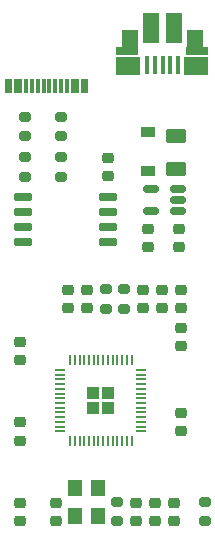
<source format=gbr>
%TF.GenerationSoftware,KiCad,Pcbnew,(6.0.1)*%
%TF.CreationDate,2022-02-13T21:58:50+09:00*%
%TF.ProjectId,yuiop2040,7975696f-7032-4303-9430-2e6b69636164,1*%
%TF.SameCoordinates,Original*%
%TF.FileFunction,Paste,Top*%
%TF.FilePolarity,Positive*%
%FSLAX46Y46*%
G04 Gerber Fmt 4.6, Leading zero omitted, Abs format (unit mm)*
G04 Created by KiCad (PCBNEW (6.0.1)) date 2022-02-13 21:58:50*
%MOMM*%
%LPD*%
G01*
G04 APERTURE LIST*
G04 Aperture macros list*
%AMRoundRect*
0 Rectangle with rounded corners*
0 $1 Rounding radius*
0 $2 $3 $4 $5 $6 $7 $8 $9 X,Y pos of 4 corners*
0 Add a 4 corners polygon primitive as box body*
4,1,4,$2,$3,$4,$5,$6,$7,$8,$9,$2,$3,0*
0 Add four circle primitives for the rounded corners*
1,1,$1+$1,$2,$3*
1,1,$1+$1,$4,$5*
1,1,$1+$1,$6,$7*
1,1,$1+$1,$8,$9*
0 Add four rect primitives between the rounded corners*
20,1,$1+$1,$2,$3,$4,$5,0*
20,1,$1+$1,$4,$5,$6,$7,0*
20,1,$1+$1,$6,$7,$8,$9,0*
20,1,$1+$1,$8,$9,$2,$3,0*%
G04 Aperture macros list end*
%ADD10RoundRect,0.200000X0.275000X-0.200000X0.275000X0.200000X-0.275000X0.200000X-0.275000X-0.200000X0*%
%ADD11RoundRect,0.250000X-0.292217X-0.292217X0.292217X-0.292217X0.292217X0.292217X-0.292217X0.292217X0*%
%ADD12RoundRect,0.050000X-0.387500X-0.050000X0.387500X-0.050000X0.387500X0.050000X-0.387500X0.050000X0*%
%ADD13RoundRect,0.050000X-0.050000X-0.387500X0.050000X-0.387500X0.050000X0.387500X-0.050000X0.387500X0*%
%ADD14RoundRect,0.225000X-0.250000X0.225000X-0.250000X-0.225000X0.250000X-0.225000X0.250000X0.225000X0*%
%ADD15RoundRect,0.150000X0.512500X0.150000X-0.512500X0.150000X-0.512500X-0.150000X0.512500X-0.150000X0*%
%ADD16RoundRect,0.225000X0.250000X-0.225000X0.250000X0.225000X-0.250000X0.225000X-0.250000X-0.225000X0*%
%ADD17R,1.200000X0.900000*%
%ADD18RoundRect,0.200000X-0.275000X0.200000X-0.275000X-0.200000X0.275000X-0.200000X0.275000X0.200000X0*%
%ADD19R,1.200000X1.400000*%
%ADD20RoundRect,0.250000X-0.625000X0.375000X-0.625000X-0.375000X0.625000X-0.375000X0.625000X0.375000X0*%
%ADD21RoundRect,0.150000X-0.650000X-0.150000X0.650000X-0.150000X0.650000X0.150000X-0.650000X0.150000X0*%
%ADD22R,0.400000X1.650000*%
%ADD23R,1.430000X2.500000*%
%ADD24R,2.000000X1.500000*%
%ADD25R,1.350000X2.000000*%
%ADD26R,1.825000X0.700000*%
%ADD27R,0.300000X1.150000*%
G04 APERTURE END LIST*
D10*
%TO.C,R2*%
X141400000Y-99025000D03*
X141400000Y-97375000D03*
%TD*%
D11*
%TO.C,U2*%
X138762500Y-107437500D03*
X140037500Y-106162500D03*
X138762500Y-106162500D03*
X140037500Y-107437500D03*
D12*
X135962500Y-104200000D03*
X135962500Y-104600000D03*
X135962500Y-105000000D03*
X135962500Y-105400000D03*
X135962500Y-105800000D03*
X135962500Y-106200000D03*
X135962500Y-106600000D03*
X135962500Y-107000000D03*
X135962500Y-107400000D03*
X135962500Y-107800000D03*
X135962500Y-108200000D03*
X135962500Y-108600000D03*
X135962500Y-109000000D03*
X135962500Y-109400000D03*
D13*
X136800000Y-110237500D03*
X137200000Y-110237500D03*
X137600000Y-110237500D03*
X138000000Y-110237500D03*
X138400000Y-110237500D03*
X138800000Y-110237500D03*
X139200000Y-110237500D03*
X139600000Y-110237500D03*
X140000000Y-110237500D03*
X140400000Y-110237500D03*
X140800000Y-110237500D03*
X141200000Y-110237500D03*
X141600000Y-110237500D03*
X142000000Y-110237500D03*
D12*
X142837500Y-109400000D03*
X142837500Y-109000000D03*
X142837500Y-108600000D03*
X142837500Y-108200000D03*
X142837500Y-107800000D03*
X142837500Y-107400000D03*
X142837500Y-107000000D03*
X142837500Y-106600000D03*
X142837500Y-106200000D03*
X142837500Y-105800000D03*
X142837500Y-105400000D03*
X142837500Y-105000000D03*
X142837500Y-104600000D03*
X142837500Y-104200000D03*
D13*
X142000000Y-103362500D03*
X141600000Y-103362500D03*
X141200000Y-103362500D03*
X140800000Y-103362500D03*
X140400000Y-103362500D03*
X140000000Y-103362500D03*
X139600000Y-103362500D03*
X139200000Y-103362500D03*
X138800000Y-103362500D03*
X138400000Y-103362500D03*
X138000000Y-103362500D03*
X137600000Y-103362500D03*
X137200000Y-103362500D03*
X136800000Y-103362500D03*
%TD*%
D14*
%TO.C,C10*%
X144000000Y-115425000D03*
X144000000Y-116975000D03*
%TD*%
%TO.C,C9*%
X132600000Y-108625000D03*
X132600000Y-110175000D03*
%TD*%
%TO.C,C11*%
X146200000Y-107825000D03*
X146200000Y-109375000D03*
%TD*%
D10*
%TO.C,R1*%
X139800000Y-99025000D03*
X139800000Y-97375000D03*
%TD*%
D15*
%TO.C,U1*%
X145937500Y-90750000D03*
X145937500Y-89800000D03*
X145937500Y-88850000D03*
X143662500Y-88850000D03*
X143662500Y-90750000D03*
%TD*%
D16*
%TO.C,C4*%
X135600000Y-116975000D03*
X135600000Y-115425000D03*
%TD*%
D17*
%TO.C,DS1*%
X143400000Y-87350000D03*
X143400000Y-84050000D03*
%TD*%
D14*
%TO.C,C15*%
X145600000Y-115425000D03*
X145600000Y-116975000D03*
%TD*%
D18*
%TO.C,R31*%
X136000000Y-82750000D03*
X136000000Y-84400000D03*
%TD*%
D14*
%TO.C,C3*%
X132600000Y-115425000D03*
X132600000Y-116975000D03*
%TD*%
D19*
%TO.C,Y1*%
X137250000Y-114200000D03*
X137250000Y-116600000D03*
X139150000Y-116600000D03*
X139150000Y-114200000D03*
%TD*%
D18*
%TO.C,R32*%
X133000000Y-82775000D03*
X133000000Y-84425000D03*
%TD*%
D14*
%TO.C,C12*%
X146200000Y-100625000D03*
X146200000Y-102175000D03*
%TD*%
%TO.C,C1*%
X146000000Y-92225000D03*
X146000000Y-93775000D03*
%TD*%
D20*
%TO.C,F1*%
X145800000Y-84400000D03*
X145800000Y-87200000D03*
%TD*%
D16*
%TO.C,C7*%
X143000000Y-98975000D03*
X143000000Y-97425000D03*
%TD*%
%TO.C,C14*%
X138200000Y-98975000D03*
X138200000Y-97425000D03*
%TD*%
D18*
%TO.C,R5*%
X133000000Y-86175000D03*
X133000000Y-87825000D03*
%TD*%
D16*
%TO.C,C6*%
X144600000Y-98975000D03*
X144600000Y-97425000D03*
%TD*%
D21*
%TO.C,U3*%
X132800000Y-89520000D03*
X132800000Y-90790000D03*
X132800000Y-92060000D03*
X132800000Y-93330000D03*
X140000000Y-93330000D03*
X140000000Y-92060000D03*
X140000000Y-90790000D03*
X140000000Y-89520000D03*
%TD*%
D16*
%TO.C,C16*%
X136600000Y-98975000D03*
X136600000Y-97425000D03*
%TD*%
D10*
%TO.C,R3*%
X140800000Y-117025000D03*
X140800000Y-115375000D03*
%TD*%
D16*
%TO.C,C13*%
X146200000Y-98975000D03*
X146200000Y-97425000D03*
%TD*%
D14*
%TO.C,C2*%
X143400000Y-92225000D03*
X143400000Y-93775000D03*
%TD*%
%TO.C,C5*%
X142400000Y-115425000D03*
X142400000Y-116975000D03*
%TD*%
D22*
%TO.C,J1*%
X145925000Y-78365000D03*
X145275000Y-78365000D03*
X144625000Y-78365000D03*
X143975000Y-78365000D03*
X143325000Y-78365000D03*
D23*
X145585000Y-75215000D03*
D24*
X141725000Y-78485000D03*
D25*
X147355000Y-76415000D03*
D23*
X143665000Y-75215000D03*
D24*
X147475000Y-78465000D03*
D25*
X141875000Y-76415000D03*
D26*
X141625000Y-77165000D03*
X147575000Y-77165000D03*
%TD*%
D27*
%TO.C,J2*%
X138150000Y-80185000D03*
X137350000Y-80185000D03*
X136050000Y-80185000D03*
X135050000Y-80185000D03*
X134550000Y-80185000D03*
X133550000Y-80185000D03*
X132250000Y-80185000D03*
X131450000Y-80185000D03*
X131750000Y-80185000D03*
X132550000Y-80185000D03*
X133050000Y-80185000D03*
X134050000Y-80185000D03*
X135550000Y-80185000D03*
X136550000Y-80185000D03*
X137050000Y-80185000D03*
X137850000Y-80185000D03*
%TD*%
D16*
%TO.C,C8*%
X132600000Y-103375000D03*
X132600000Y-101825000D03*
%TD*%
%TO.C,C17*%
X140000000Y-87800000D03*
X140000000Y-86250000D03*
%TD*%
D10*
%TO.C,R6*%
X148200000Y-117025000D03*
X148200000Y-115375000D03*
%TD*%
%TO.C,R4*%
X136000000Y-87825000D03*
X136000000Y-86175000D03*
%TD*%
M02*

</source>
